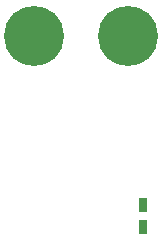
<source format=gbr>
G04 #@! TF.GenerationSoftware,KiCad,Pcbnew,(5.0.0)*
G04 #@! TF.CreationDate,2018-11-03T18:08:05-05:00*
G04 #@! TF.ProjectId,Neopixel_Breakout,4E656F706978656C5F427265616B6F75,rev?*
G04 #@! TF.SameCoordinates,Original*
G04 #@! TF.FileFunction,Paste,Bot*
G04 #@! TF.FilePolarity,Positive*
%FSLAX46Y46*%
G04 Gerber Fmt 4.6, Leading zero omitted, Abs format (unit mm)*
G04 Created by KiCad (PCBNEW (5.0.0)) date 11/03/18 18:08:05*
%MOMM*%
%LPD*%
G01*
G04 APERTURE LIST*
%ADD10R,0.750000X1.200000*%
%ADD11C,5.080000*%
G04 APERTURE END LIST*
D10*
G04 #@! TO.C,C1*
X160020000Y-95570000D03*
X160020000Y-97470000D03*
G04 #@! TD*
D11*
G04 #@! TO.C,Conn1*
X158750000Y-81280000D03*
X150749000Y-81280000D03*
G04 #@! TD*
M02*

</source>
